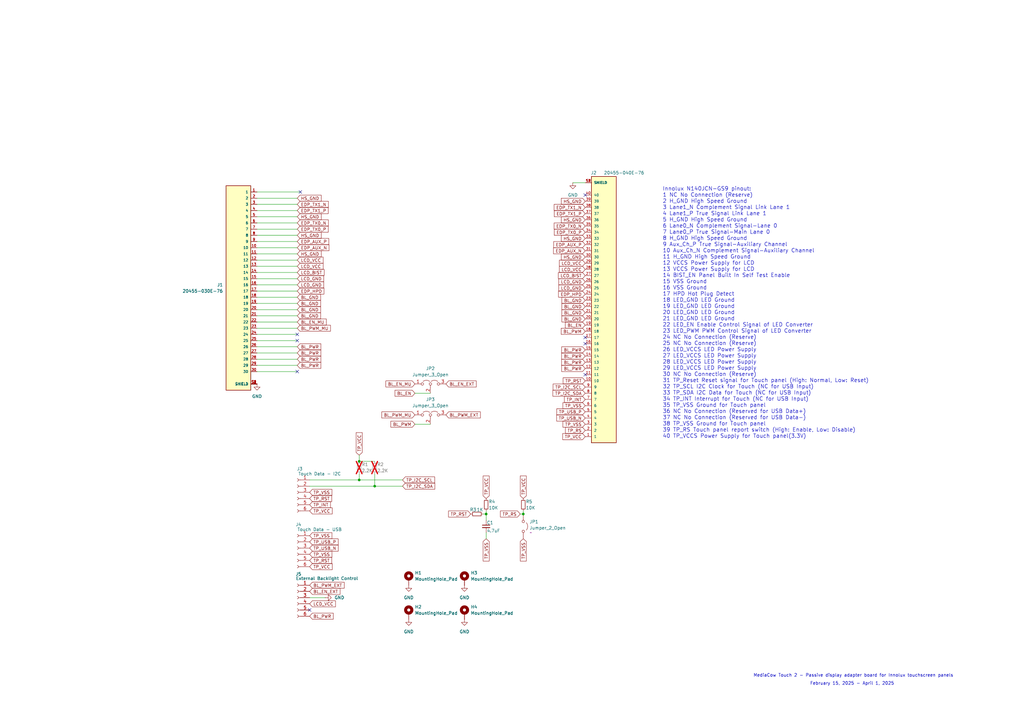
<source format=kicad_sch>
(kicad_sch (version 20231120) (generator "eeschema") (generator_version "8.0")
  (paper "A3")
  (lib_symbols
    (symbol "Connector:Conn_01x06_Socket" (pin_names (offset 1.016) hide)
      (property "Reference" "J" (at 0 7.62 0))
      (property "Value" "Conn_01x06_Socket" (at 0 -10.16 0))
      (symbol "Conn_01x06_Socket_1_1"
        (arc (start 0 -7.112) (mid -0.5058 -7.62) (end 0 -8.128) (stroke (width 0.1524)))
        (arc (start 0 -4.572) (mid -0.5058 -5.08) (end 0 -5.588) (stroke (width 0.1524)))
        (arc (start 0 -2.032) (mid -0.5058 -2.54) (end 0 -3.048) (stroke (width 0.1524)))
        (polyline (pts (xy -1.27 -7.62) (xy -0.508 -7.62)) (stroke (width 0.1524)))
        (polyline (pts (xy -1.27 -5.08) (xy -0.508 -5.08)) (stroke (width 0.1524)))
        (polyline (pts (xy -1.27 -2.54) (xy -0.508 -2.54)) (stroke (width 0.1524)))
        (polyline (pts (xy -1.27 0) (xy -0.508 0)) (stroke (width 0.1524)))
        (polyline (pts (xy -1.27 2.54) (xy -0.508 2.54)) (stroke (width 0.1524)))
        (polyline (pts (xy -1.27 5.08) (xy -0.508 5.08)) (stroke (width 0.1524)))
        (arc (start 0 0.508) (mid -0.5058 0) (end 0 -0.508) (stroke (width 0.1524)))
        (arc (start 0 3.048) (mid -0.5058 2.54) (end 0 2.032) (stroke (width 0.1524)))
        (arc (start 0 5.588) (mid -0.5058 5.08) (end 0 4.572) (stroke (width 0.1524)))
        (pin passive line (at -5.08 5.08 0) (length 3.81) (name "Pin_1") (number "1"))
        (pin passive line (at -5.08 2.54 0) (length 3.81) (name "Pin_2") (number "2"))
        (pin passive line (at -5.08 0 0) (length 3.81) (name "Pin_3") (number "3"))
        (pin passive line (at -5.08 -2.54 0) (length 3.81) (name "Pin_4") (number "4"))
        (pin passive line (at -5.08 -5.08 0) (length 3.81) (name "Pin_5") (number "5"))
        (pin passive line (at -5.08 -7.62 0) (length 3.81) (name "Pin_6") (number "6"))
      )
    )
    (symbol "Device:C_Small" (pin_numbers hide) (pin_names (offset 0.254) hide)
      (property "Reference" "C" (at 0.254 1.778 0))
      (property "Value" "C_Small" (at 0.254 -2.032 0))
      (symbol "C_Small_0_1"
        (polyline (pts (xy -1.524 -0.508) (xy 1.524 -0.508)) (stroke (width 0.3302)))
        (polyline (pts (xy -1.524 0.508) (xy 1.524 0.508)) (stroke (width 0.3048)))
      )
      (symbol "C_Small_1_1"
        (pin passive line (at 0 2.54 270) (length 2.032) (name "~") (number "1"))
        (pin passive line (at 0 -2.54 90) (length 2.032) (name "~") (number "2"))
      )
    )
    (symbol "Device:R_Small" (pin_numbers hide) (pin_names (offset 0.254) hide)
      (property "Reference" "R" (at 0.762 0.508 0))
      (property "Value" "R_Small" (at 0.762 -1.016 0))
      (symbol "R_Small_0_1"
        (rectangle (start -0.762 1.778) (end 0.762 -1.778) (stroke (width 0.2032)))
      )
      (symbol "R_Small_1_1"
        (pin passive line (at 0 2.54 270) (length 0.762) (name "~") (number "1"))
        (pin passive line (at 0 -2.54 90) (length 0.762) (name "~") (number "2"))
      )
    )
    (symbol "Jumper:Jumper_2_Open" (pin_numbers hide) (pin_names (offset 0) hide) (exclude_from_sim yes)
      (property "Reference" "JP" (at 0 2.794 0))
      (property "Value" "Jumper_2_Open" (at 0 -2.286 0))
      (symbol "Jumper_2_Open_0_0"
        (circle (center -2.032 0) (radius 0.508))
        (circle (center 2.032 0) (radius 0.508))
      )
      (symbol "Jumper_2_Open_0_1"
        (arc (start 1.524 1.27) (mid 0 1.778) (end -1.524 1.27))
      )
      (symbol "Jumper_2_Open_1_1"
        (pin passive line (at -5.08 0 0) (length 2.54) (name "A") (number "1"))
        (pin passive line (at 5.08 0 180) (length 2.54) (name "B") (number "2"))
      )
    )
    (symbol "Jumper:Jumper_3_Open" (pin_names (offset 0) hide) (exclude_from_sim yes) (in_bom no)
      (property "Reference" "JP" (at -2.54 -2.54 0))
      (property "Value" "Jumper_3_Open" (at 0 2.794 0))
      (symbol "Jumper_3_Open_0_0"
        (circle (center -3.302 0) (radius 0.508))
        (circle (center 0 0) (radius 0.508))
        (circle (center 3.302 0) (radius 0.508))
      )
      (symbol "Jumper_3_Open_0_1"
        (arc (start -0.254 1.016) (mid -1.651 1.4992) (end -3.048 1.016))
        (polyline (pts (xy 0 -0.508) (xy 0 -1.27)))
        (arc (start 3.048 1.016) (mid 1.651 1.4992) (end 0.254 1.016))
      )
      (symbol "Jumper_3_Open_1_1"
        (pin passive line (at -6.35 0 0) (length 2.54) (name "A") (number "1"))
        (pin passive line (at 0 -3.81 90) (length 2.54) (name "C") (number "2"))
        (pin passive line (at 6.35 0 180) (length 2.54) (name "B") (number "3"))
      )
    )
    (symbol "Mechanical:MountingHole_Pad" (pin_numbers hide) (pin_names (offset 1.016) hide) (exclude_from_sim yes) (in_bom no)
      (property "Reference" "H" (at 0 6.35 0))
      (property "Value" "MountingHole_Pad" (at 0 4.445 0))
      (symbol "MountingHole_Pad_0_1"
        (circle (center 0 1.27) (radius 1.27) (stroke (width 1.27)))
      )
      (symbol "MountingHole_Pad_1_1"
        (pin input line (at 0 -2.54 90) (length 2.54) (name "1") (number "1"))
      )
    )
    (symbol "mediacow:20455-030E-76" (pin_names (offset 1.016))
      (property "Reference" "J" (at -5.08 41.402 0))
      (property "Value" "20455-030E-76" (at -5.08 -45.72 0))
      (symbol "20455-030E-76_0_0"
        (rectangle (start -5.08 40.64) (end 5.08 -43.18) (stroke (width 0.254)) (fill (type background)))
        (pin passive line (at -7.62 38.1 0) (length 2.54) (name "1") (number "1"))
        (pin passive line (at -7.62 15.24 0) (length 2.54) (name "10") (number "10"))
        (pin passive line (at -7.62 12.7 0) (length 2.54) (name "11") (number "11"))
        (pin passive line (at -7.62 10.16 0) (length 2.54) (name "12") (number "12"))
        (pin passive line (at -7.62 7.62 0) (length 2.54) (name "13") (number "13"))
        (pin passive line (at -7.62 5.08 0) (length 2.54) (name "14") (number "14"))
        (pin passive line (at -7.62 2.54 0) (length 2.54) (name "15") (number "15"))
        (pin passive line (at -7.62 0 0) (length 2.54) (name "16") (number "16"))
        (pin passive line (at -7.62 -2.54 0) (length 2.54) (name "17") (number "17"))
        (pin passive line (at -7.62 -5.08 0) (length 2.54) (name "18") (number "18"))
        (pin passive line (at -7.62 -7.62 0) (length 2.54) (name "19") (number "19"))
        (pin passive line (at -7.62 35.56 0) (length 2.54) (name "2") (number "2"))
        (pin passive line (at -7.62 -10.16 0) (length 2.54) (name "20") (number "20"))
        (pin passive line (at -7.62 -12.7 0) (length 2.54) (name "21") (number "21"))
        (pin passive line (at -7.62 -15.24 0) (length 2.54) (name "22") (number "22"))
        (pin passive line (at -7.62 -17.78 0) (length 2.54) (name "23") (number "23"))
        (pin passive line (at -7.62 -20.32 0) (length 2.54) (name "24") (number "24"))
        (pin passive line (at -7.62 -22.86 0) (length 2.54) (name "25") (number "25"))
        (pin passive line (at -7.62 -25.4 0) (length 2.54) (name "26") (number "26"))
        (pin passive line (at -7.62 -27.94 0) (length 2.54) (name "27") (number "27"))
        (pin passive line (at -7.62 -30.48 0) (length 2.54) (name "28") (number "28"))
        (pin passive line (at -7.62 -33.02 0) (length 2.54) (name "29") (number "29"))
        (pin passive line (at -7.62 33.02 0) (length 2.54) (name "3") (number "3"))
        (pin passive line (at -7.62 -35.56 0) (length 2.54) (name "30") (number "30"))
        (pin passive line (at -7.62 30.48 0) (length 2.54) (name "4") (number "4"))
        (pin passive line (at -7.62 27.94 0) (length 2.54) (name "5") (number "5"))
        (pin passive line (at -7.62 25.4 0) (length 2.54) (name "6") (number "6"))
        (pin passive line (at -7.62 22.86 0) (length 2.54) (name "7") (number "7"))
        (pin passive line (at -7.62 20.32 0) (length 2.54) (name "8") (number "8"))
        (pin passive line (at -7.62 17.78 0) (length 2.54) (name "9") (number "9"))
        (pin passive line (at -7.62 -40.64 0) (length 2.54) (name "SHIELD") (number "S1"))
        (pin passive line (at -7.62 -40.64 0) (length 2.54) (name "SHIELD") (number "S2"))
        (pin passive line (at -7.62 -40.64 0) (length 2.54) (name "SHIELD") (number "S3"))
        (pin passive line (at -7.62 -40.64 0) (length 2.54) (name "SHIELD") (number "S4"))
      )
    )
    (symbol "mediacow:20455-040E-76" (pin_names (offset 1.016))
      (property "Reference" "J" (at -5.08 54.102 0))
      (property "Value" "20455-040E-76" (at -5.08 -58.42 0))
      (symbol "20455-040E-76_0_0"
        (rectangle (start -5.08 -55.88) (end 5.08 53.34) (stroke (width 0.254)) (fill (type background)))
        (pin passive line (at -7.62 50.8 0) (length 2.54) (name "1") (number "1"))
        (pin passive line (at -7.62 27.94 0) (length 2.54) (name "10") (number "10"))
        (pin passive line (at -7.62 25.4 0) (length 2.54) (name "11") (number "11"))
        (pin passive line (at -7.62 22.86 0) (length 2.54) (name "12") (number "12"))
        (pin passive line (at -7.62 20.32 0) (length 2.54) (name "13") (number "13"))
        (pin passive line (at -7.62 17.78 0) (length 2.54) (name "14") (number "14"))
        (pin passive line (at -7.62 15.24 0) (length 2.54) (name "15") (number "15"))
        (pin passive line (at -7.62 12.7 0) (length 2.54) (name "16") (number "16"))
        (pin passive line (at -7.62 10.16 0) (length 2.54) (name "17") (number "17"))
        (pin passive line (at -7.62 7.62 0) (length 2.54) (name "18") (number "18"))
        (pin passive line (at -7.62 5.08 0) (length 2.54) (name "19") (number "19"))
        (pin passive line (at -7.62 48.26 0) (length 2.54) (name "2") (number "2"))
        (pin passive line (at -7.62 2.54 0) (length 2.54) (name "20") (number "20"))
        (pin passive line (at -7.62 0 0) (length 2.54) (name "21") (number "21"))
        (pin passive line (at -7.62 -2.54 0) (length 2.54) (name "22") (number "22"))
        (pin passive line (at -7.62 -5.08 0) (length 2.54) (name "23") (number "23"))
        (pin passive line (at -7.62 -7.62 0) (length 2.54) (name "24") (number "24"))
        (pin passive line (at -7.62 -10.16 0) (length 2.54) (name "25") (number "25"))
        (pin passive line (at -7.62 -12.7 0) (length 2.54) (name "26") (number "26"))
        (pin passive line (at -7.62 -15.24 0) (length 2.54) (name "27") (number "27"))
        (pin passive line (at -7.62 -17.78 0) (length 2.54) (name "28") (number "28"))
        (pin passive line (at -7.62 -20.32 0) (length 2.54) (name "29") (number "29"))
        (pin passive line (at -7.62 45.72 0) (length 2.54) (name "3") (number "3"))
        (pin passive line (at -7.62 -22.86 0) (length 2.54) (name "30") (number "30"))
        (pin passive line (at -7.62 -25.4 0) (length 2.54) (name "31") (number "31"))
        (pin passive line (at -7.62 -27.94 0) (length 2.54) (name "32") (number "32"))
        (pin passive line (at -7.62 -30.48 0) (length 2.54) (name "33") (number "33"))
        (pin passive line (at -7.62 -33.02 0) (length 2.54) (name "34") (number "34"))
        (pin passive line (at -7.62 -35.56 0) (length 2.54) (name "35") (number "35"))
        (pin passive line (at -7.62 -38.1 0) (length 2.54) (name "36") (number "36"))
        (pin passive line (at -7.62 -40.64 0) (length 2.54) (name "37") (number "37"))
        (pin passive line (at -7.62 -43.18 0) (length 2.54) (name "38") (number "38"))
        (pin passive line (at -7.62 -45.72 0) (length 2.54) (name "39") (number "39"))
        (pin passive line (at -7.62 43.18 0) (length 2.54) (name "4") (number "4"))
        (pin passive line (at -7.62 -48.26 0) (length 2.54) (name "40") (number "40"))
        (pin passive line (at -7.62 40.64 0) (length 2.54) (name "5") (number "5"))
        (pin passive line (at -7.62 38.1 0) (length 2.54) (name "6") (number "6"))
        (pin passive line (at -7.62 35.56 0) (length 2.54) (name "7") (number "7"))
        (pin passive line (at -7.62 33.02 0) (length 2.54) (name "8") (number "8"))
        (pin passive line (at -7.62 30.48 0) (length 2.54) (name "9") (number "9"))
        (pin passive line (at -7.62 -53.34 0) (length 2.54) (name "SHIELD") (number "S1"))
        (pin passive line (at -7.62 -53.34 0) (length 2.54) (name "SHIELD") (number "S2"))
        (pin passive line (at -7.62 -53.34 0) (length 2.54) (name "SHIELD") (number "S3"))
        (pin passive line (at -7.62 -53.34 0) (length 2.54) (name "SHIELD") (number "S4"))
      )
    )
    (symbol "power:GND" (power) (pin_numbers hide) (pin_names (offset 0) hide)
      (property "Value" "GND" (at 0 -3.81 0))
      (symbol "GND_0_1"
        (polyline (pts (xy 0 0) (xy 0 -1.27) (xy 1.27 -1.27) (xy 0 -2.54) (xy -1.27 -1.27) (xy 0 -1.27)))
      )
      (symbol "GND_1_1"
        (pin power_in line (at 0 0 270) (length 0) (name "~") (number "1"))
      )
    )
  )
  (junction (at 214.63 210.82))
  (junction (at 147.32 196.85))
  (junction (at 153.67 199.39))
  (junction (at 147.32 189.23))
  (junction (at 199.39 210.82))
  (no_connect (at 121.92 152.4))
  (no_connect (at 121.92 139.7))
  (no_connect (at 240.03 153.67))
  (no_connect (at 127 250.19))
  (no_connect (at 121.92 137.16))
  (no_connect (at 240.03 140.97))
  (no_connect (at 240.03 80.01))
  (no_connect (at 240.03 138.43))
  (no_connect (at 123.19 78.74))
  (wire (pts (xy 234.95 74.93) (xy 240.03 74.93)))
  (wire (pts (xy 121.92 152.4) (xy 105.41 152.4)))
  (wire (pts (xy 105.41 86.36) (xy 121.92 86.36)))
  (wire (pts (xy 199.39 210.82) (xy 199.39 213.36)))
  (wire (pts (xy 105.41 81.28) (xy 121.92 81.28)))
  (wire (pts (xy 105.41 121.92) (xy 121.92 121.92)))
  (wire (pts (xy 105.41 99.06) (xy 121.92 99.06)))
  (wire (pts (xy 213.36 210.82) (xy 214.63 210.82)))
  (wire (pts (xy 147.32 189.23) (xy 153.67 189.23)))
  (wire (pts (xy 147.32 196.85) (xy 127 196.85)))
  (wire (pts (xy 121.92 139.7) (xy 105.41 139.7)))
  (wire (pts (xy 199.39 209.55) (xy 199.39 210.82)))
  (wire (pts (xy 105.41 127) (xy 121.92 127)))
  (wire (pts (xy 105.41 91.44) (xy 121.92 91.44)))
  (wire (pts (xy 123.19 78.74) (xy 105.41 78.74)))
  (wire (pts (xy 153.67 194.31) (xy 153.67 199.39)))
  (wire (pts (xy 165.1 196.85) (xy 147.32 196.85)))
  (wire (pts (xy 105.41 104.14) (xy 121.92 104.14)))
  (wire (pts (xy 105.41 114.3) (xy 121.92 114.3)))
  (wire (pts (xy 105.41 124.46) (xy 121.92 124.46)))
  (wire (pts (xy 133.35 245.11) (xy 127 245.11)))
  (wire (pts (xy 170.18 173.99) (xy 176.53 173.99)))
  (wire (pts (xy 105.41 144.78) (xy 121.92 144.78)))
  (wire (pts (xy 165.1 199.39) (xy 153.67 199.39)))
  (wire (pts (xy 105.41 83.82) (xy 121.92 83.82)))
  (wire (pts (xy 153.67 199.39) (xy 127 199.39)))
  (wire (pts (xy 105.41 101.6) (xy 121.92 101.6)))
  (wire (pts (xy 105.41 134.62) (xy 121.92 134.62)))
  (wire (pts (xy 121.92 137.16) (xy 105.41 137.16)))
  (wire (pts (xy 198.12 210.82) (xy 199.39 210.82)))
  (wire (pts (xy 105.41 109.22) (xy 121.92 109.22)))
  (wire (pts (xy 105.41 132.08) (xy 121.92 132.08)))
  (wire (pts (xy 105.41 142.24) (xy 121.92 142.24)))
  (wire (pts (xy 105.41 111.76) (xy 121.92 111.76)))
  (wire (pts (xy 105.41 119.38) (xy 121.92 119.38)))
  (wire (pts (xy 147.32 186.69) (xy 147.32 189.23)))
  (wire (pts (xy 105.41 93.98) (xy 121.92 93.98)))
  (wire (pts (xy 170.18 161.29) (xy 176.53 161.29)))
  (wire (pts (xy 199.39 220.98) (xy 199.39 218.44)))
  (wire (pts (xy 105.41 147.32) (xy 121.92 147.32)))
  (wire (pts (xy 214.63 210.82) (xy 214.63 209.55)))
  (wire (pts (xy 105.41 88.9) (xy 121.92 88.9)))
  (wire (pts (xy 105.41 149.86) (xy 121.92 149.86)))
  (wire (pts (xy 147.32 194.31) (xy 147.32 196.85)))
  (wire (pts (xy 105.41 96.52) (xy 121.92 96.52)))
  (wire (pts (xy 105.41 106.68) (xy 121.92 106.68)))
  (wire (pts (xy 105.41 129.54) (xy 121.92 129.54)))
  (wire (pts (xy 105.41 116.84) (xy 121.92 116.84)))
  (text "MediaCow Touch 2 - Passive display adapter board for Innolux touchscreen panels" (at 350.012 277.114 0) (effects (font (size 1.27 1.27))))
  (text "February 15, 2025 - April 1, 2025" (at 349.504 280.416 0) (effects (font (size 1.27 1.27))))
  (text "Innolux N140JCN-GS9 pinout:\n1 NC No Connection (Reserve)\n2 H_GND High Speed Ground\n3 Lane1_N Complement Signal Link Lane 1\n4 Lane1_P True Signal Link Lane 1\n5 H_GND High Speed Ground\n6 Lane0_N Complement Signal-Lane 0\n7 Lane0_P True Signal-Main Lane 0\n8 H_GND High Speed Ground\n9 Aux_Ch_P True Signal-Auxiliary Channel\n10 Aux_Ch_N Complement Signal-Auxiliary Channel\n11 H_GND High Speed Ground\n12 VCCS Power Supply for LCD\n13 VCCS Power Supply for LCD\n14 BIST_EN Panel Built In Self Test Enable\n15 VSS Ground\n16 VSS Ground\n17 HPD Hot Plug Detect\n18 LED_GND LED Ground\n19 LED_GND LED Ground\n20 LED_GND LED Ground\n21 LED_GND LED Ground\n22 LED_EN Enable Control Signal of LED Converter\n23 LED_PWM PWM Control Signal of LED Converter\n24 NC No Connection (Reserve)\n25 NC No Connection (Reserve)\n26 LED_VCCS LED Power Supply\n27 LED_VCCS LED Power Supply\n28 LED_VCCS LED Power Supply\n29 LED_VCCS LED Power Supply\n30 NC No Connection (Reserve)\n31 TP_Reset Reset signal for Touch panel (High: Normal, Low: Reset)\n32 TP_SCL I2C Clock for Touch (NC for USB Input)\n33 TP_SDA I2C Data for Touch (NC for USB Input)\n34 TP_INT Interrupt for Touch (NC for USB Input)\n35 TP_VSS Ground for Touch panel\n36 NC No Connection (Reserved for USB Data+)\n37 NC No Connection (Reserved for USB Data-)\n38 TP_VSS Ground for Touch panel\n39 TP_RS Touch panel report switch (High: Enable, Low: Disable)\n40 TP_VCCS Power Supply for Touch panel(3.3V)\n" (at 271.78 128.27 0) (effects (font (size 1.5748 1.5748)) (justify left)))
  (global_label "BL_GND" (shape input) (at 121.92 127 0) (property "Intersheetrefs" "${INTERSHEET_REFS}" (effects (hide yes))))
  (global_label "HS_GND" (shape input) (at 240.03 97.79 180) (property "Intersheetrefs" "${INTERSHEET_REFS}" (effects (hide yes))))
  (global_label "BL_PWM" (shape input) (at 240.03 135.89 180) (property "Intersheetrefs" "${INTERSHEET_REFS}" (effects (hide yes))))
  (global_label "LCD_VCC" (shape input) (at 121.92 106.68 0) (property "Intersheetrefs" "${INTERSHEET_REFS}" (effects (hide yes))))
  (global_label "TP_USB_N" (shape input) (at 127 224.79 0) (property "Intersheetrefs" "${INTERSHEET_REFS}" (effects (hide yes))))
  (global_label "BL_GND" (shape input) (at 240.03 130.81 180) (property "Intersheetrefs" "${INTERSHEET_REFS}" (effects (hide yes))))
  (global_label "TP_RST" (shape input) (at 193.04 210.82 180) (property "Intersheetrefs" "${INTERSHEET_REFS}" (effects (hide yes))))
  (global_label "BL_PWM_MU" (shape input) (at 170.18 170.18 180) (property "Intersheetrefs" "${INTERSHEET_REFS}" (effects (hide yes))))
  (global_label "TP_RST" (shape input) (at 127 229.87 0) (property "Intersheetrefs" "${INTERSHEET_REFS}" (effects (hide yes))))
  (global_label "EDP_TX1_N" (shape input) (at 121.92 83.82 0) (property "Intersheetrefs" "${INTERSHEET_REFS}" (effects (hide yes))))
  (global_label "EDP_HPD" (shape input) (at 240.03 120.65 180) (property "Intersheetrefs" "${INTERSHEET_REFS}" (effects (hide yes))))
  (global_label "HS_GND" (shape input) (at 121.92 88.9 0) (property "Intersheetrefs" "${INTERSHEET_REFS}" (effects (hide yes))))
  (global_label "TP_RS" (shape input) (at 213.36 210.82 180) (property "Intersheetrefs" "${INTERSHEET_REFS}" (effects (hide yes))))
  (global_label "LCD_VCC" (shape input) (at 127 247.65 0) (property "Intersheetrefs" "${INTERSHEET_REFS}" (effects (hide yes))))
  (global_label "LCD_VCC" (shape input) (at 121.92 109.22 0) (property "Intersheetrefs" "${INTERSHEET_REFS}" (effects (hide yes))))
  (global_label "HS_GND" (shape input) (at 240.03 82.55 180) (property "Intersheetrefs" "${INTERSHEET_REFS}" (effects (hide yes))))
  (global_label "TP_VCC" (shape input) (at 147.32 186.69 90) (property "Intersheetrefs" "${INTERSHEET_REFS}" (effects (hide yes))))
  (global_label "EDP_TX0_P" (shape input) (at 240.03 95.25 180) (property "Intersheetrefs" "${INTERSHEET_REFS}" (effects (hide yes))))
  (global_label "LCD_VCC" (shape input) (at 240.03 107.95 180) (property "Intersheetrefs" "${INTERSHEET_REFS}" (effects (hide yes))))
  (global_label "EDP_TX0_P" (shape input) (at 121.92 93.98 0) (property "Intersheetrefs" "${INTERSHEET_REFS}" (effects (hide yes))))
  (global_label "BL_GND" (shape input) (at 121.92 121.92 0) (property "Intersheetrefs" "${INTERSHEET_REFS}" (effects (hide yes))))
  (global_label "LCD_GND" (shape input) (at 240.03 115.57 180) (property "Intersheetrefs" "${INTERSHEET_REFS}" (effects (hide yes))))
  (global_label "TP_USB_P" (shape input) (at 240.03 168.91 180) (property "Intersheetrefs" "${INTERSHEET_REFS}" (effects (hide yes))))
  (global_label "BL_EN_MU" (shape input) (at 121.92 132.08 0) (property "Intersheetrefs" "${INTERSHEET_REFS}" (effects (hide yes))))
  (global_label "TP_RST" (shape input) (at 240.03 156.21 180) (property "Intersheetrefs" "${INTERSHEET_REFS}" (effects (hide yes))))
  (global_label "EDP_TX1_N" (shape input) (at 240.03 85.09 180) (property "Intersheetrefs" "${INTERSHEET_REFS}" (effects (hide yes))))
  (global_label "TP_VCC" (shape input) (at 240.03 179.07 180) (property "Intersheetrefs" "${INTERSHEET_REFS}" (effects (hide yes))))
  (global_label "LCD_BIST" (shape input) (at 121.92 111.76 0) (property "Intersheetrefs" "${INTERSHEET_REFS}" (effects (hide yes))))
  (global_label "EDP_AUX_P" (shape input) (at 121.92 99.06 0) (property "Intersheetrefs" "${INTERSHEET_REFS}" (effects (hide yes))))
  (global_label "HS_GND" (shape input) (at 121.92 96.52 0) (property "Intersheetrefs" "${INTERSHEET_REFS}" (effects (hide yes))))
  (global_label "TP_INT" (shape input) (at 127 207.01 0) (property "Intersheetrefs" "${INTERSHEET_REFS}" (effects (hide yes))))
  (global_label "TP_VSS" (shape input) (at 214.63 220.98 270) (property "Intersheetrefs" "${INTERSHEET_REFS}" (effects (hide yes))))
  (global_label "BL_PWM_EXT" (shape input) (at 182.88 170.18 0) (property "Intersheetrefs" "${INTERSHEET_REFS}" (effects (hide yes))))
  (global_label "HS_GND" (shape input) (at 240.03 90.17 180) (property "Intersheetrefs" "${INTERSHEET_REFS}" (effects (hide yes))))
  (global_label "TP_VSS" (shape input) (at 127 227.33 0) (property "Intersheetrefs" "${INTERSHEET_REFS}" (effects (hide yes))))
  (global_label "EDP_TX0_N" (shape input) (at 121.92 91.44 0) (property "Intersheetrefs" "${INTERSHEET_REFS}" (effects (hide yes))))
  (global_label "TP_USB_P" (shape input) (at 127 222.25 0) (property "Intersheetrefs" "${INTERSHEET_REFS}" (effects (hide yes))))
  (global_label "BL_GND" (shape input) (at 121.92 124.46 0) (property "Intersheetrefs" "${INTERSHEET_REFS}" (effects (hide yes))))
  (global_label "TP_INT" (shape input) (at 240.03 163.83 180) (property "Intersheetrefs" "${INTERSHEET_REFS}" (effects (hide yes))))
  (global_label "LCD_GND" (shape input) (at 121.92 116.84 0) (property "Intersheetrefs" "${INTERSHEET_REFS}" (effects (hide yes))))
  (global_label "BL_PWR" (shape input) (at 121.92 149.86 0) (property "Intersheetrefs" "${INTERSHEET_REFS}" (effects (hide yes))))
  (global_label "HS_GND" (shape input) (at 121.92 104.14 0) (property "Intersheetrefs" "${INTERSHEET_REFS}" (effects (hide yes))))
  (global_label "BL_PWR" (shape input) (at 121.92 142.24 0) (property "Intersheetrefs" "${INTERSHEET_REFS}" (effects (hide yes))))
  (global_label "TP_VSS" (shape input) (at 240.03 166.37 180) (property "Intersheetrefs" "${INTERSHEET_REFS}" (effects (hide yes))))
  (global_label "EDP_TX1_P" (shape input) (at 240.03 87.63 180) (property "Intersheetrefs" "${INTERSHEET_REFS}" (effects (hide yes))))
  (global_label "TP_VCC" (shape input) (at 127 209.55 0) (property "Intersheetrefs" "${INTERSHEET_REFS}" (effects (hide yes))))
  (global_label "BL_PWR" (shape input) (at 240.03 146.05 180) (property "Intersheetrefs" "${INTERSHEET_REFS}" (effects (hide yes))))
  (global_label "BL_GND" (shape input) (at 240.03 123.19 180) (property "Intersheetrefs" "${INTERSHEET_REFS}" (effects (hide yes))))
  (global_label "TP_VSS" (shape input) (at 127 219.71 0) (property "Intersheetrefs" "${INTERSHEET_REFS}" (effects (hide yes))))
  (global_label "TP_I2C_SDA" (shape input) (at 240.03 161.29 180) (property "Intersheetrefs" "${INTERSHEET_REFS}" (effects (hide yes))))
  (global_label "TP_VCC" (shape input) (at 214.63 204.47 90) (property "Intersheetrefs" "${INTERSHEET_REFS}" (effects (hide yes))))
  (global_label "TP_RS" (shape input) (at 240.03 176.53 180) (property "Intersheetrefs" "${INTERSHEET_REFS}" (effects (hide yes))))
  (global_label "BL_PWR" (shape input) (at 127 252.73 0) (property "Intersheetrefs" "${INTERSHEET_REFS}" (effects (hide yes))))
  (global_label "EDP_TX1_P" (shape input) (at 121.92 86.36 0) (property "Intersheetrefs" "${INTERSHEET_REFS}" (effects (hide yes))))
  (global_label "TP_I2C_SDA" (shape input) (at 165.1 199.39 0) (property "Intersheetrefs" "${INTERSHEET_REFS}" (effects (hide yes))))
  (global_label "BL_EN" (shape input) (at 170.18 161.29 180) (property "Intersheetrefs" "${INTERSHEET_REFS}" (effects (hide yes))))
  (global_label "LCD_VCC" (shape input) (at 240.03 110.49 180) (property "Intersheetrefs" "${INTERSHEET_REFS}" (effects (hide yes))))
  (global_label "TP_USB_N" (shape input) (at 240.03 171.45 180) (property "Intersheetrefs" "${INTERSHEET_REFS}" (effects (hide yes))))
  (global_label "TP_VSS" (shape input) (at 199.39 220.98 270) (property "Intersheetrefs" "${INTERSHEET_REFS}" (effects (hide yes))))
  (global_label "BL_GND" (shape input) (at 240.03 125.73 180) (property "Intersheetrefs" "${INTERSHEET_REFS}" (effects (hide yes))))
  (global_label "BL_PWR" (shape input) (at 121.92 147.32 0) (property "Intersheetrefs" "${INTERSHEET_REFS}" (effects (hide yes))))
  (global_label "TP_I2C_SCL" (shape input) (at 240.03 158.75 180) (property "Intersheetrefs" "${INTERSHEET_REFS}" (effects (hide yes))))
  (global_label "LCD_GND" (shape input) (at 240.03 118.11 180) (property "Intersheetrefs" "${INTERSHEET_REFS}" (effects (hide yes))))
  (global_label "BL_EN_MU" (shape input) (at 170.18 157.48 180) (property "Intersheetrefs" "${INTERSHEET_REFS}" (effects (hide yes))))
  (global_label "BL_PWR" (shape input) (at 121.92 144.78 0) (property "Intersheetrefs" "${INTERSHEET_REFS}" (effects (hide yes))))
  (global_label "TP_I2C_SCL" (shape input) (at 165.1 196.85 0) (property "Intersheetrefs" "${INTERSHEET_REFS}" (effects (hide yes))))
  (global_label "HS_GND" (shape input) (at 121.92 81.28 0) (property "Intersheetrefs" "${INTERSHEET_REFS}" (effects (hide yes))))
  (global_label "LCD_BIST" (shape input) (at 240.03 113.03 180) (property "Intersheetrefs" "${INTERSHEET_REFS}" (effects (hide yes))))
  (global_label "TP_RST" (shape input) (at 127 204.47 0) (property "Intersheetrefs" "${INTERSHEET_REFS}" (effects (hide yes))))
  (global_label "BL_PWR" (shape input) (at 240.03 148.59 180) (property "Intersheetrefs" "${INTERSHEET_REFS}" (effects (hide yes))))
  (global_label "TP_VCC" (shape input) (at 127 232.41 0) (property "Intersheetrefs" "${INTERSHEET_REFS}" (effects (hide yes))))
  (global_label "BL_GND" (shape input) (at 240.03 128.27 180) (property "Intersheetrefs" "${INTERSHEET_REFS}" (effects (hide yes))))
  (global_label "TP_VSS" (shape input) (at 240.03 173.99 180) (property "Intersheetrefs" "${INTERSHEET_REFS}" (effects (hide yes))))
  (global_label "BL_EN_EXT" (shape input) (at 182.88 157.48 0) (property "Intersheetrefs" "${INTERSHEET_REFS}" (effects (hide yes))))
  (global_label "BL_EN_EXT" (shape input) (at 127 242.57 0) (property "Intersheetrefs" "${INTERSHEET_REFS}" (effects (hide yes))))
  (global_label "EDP_HPD" (shape input) (at 121.92 119.38 0) (property "Intersheetrefs" "${INTERSHEET_REFS}" (effects (hide yes))))
  (global_label "HS_GND" (shape input) (at 240.03 105.41 180) (property "Intersheetrefs" "${INTERSHEET_REFS}" (effects (hide yes))))
  (global_label "BL_PWR" (shape input) (at 240.03 143.51 180) (property "Intersheetrefs" "${INTERSHEET_REFS}" (effects (hide yes))))
  (global_label "BL_GND" (shape input) (at 121.92 129.54 0) (property "Intersheetrefs" "${INTERSHEET_REFS}" (effects (hide yes))))
  (global_label "BL_EN" (shape input) (at 240.03 133.35 180) (property "Intersheetrefs" "${INTERSHEET_REFS}" (effects (hide yes))))
  (global_label "EDP_AUX_P" (shape input) (at 240.03 100.33 180) (property "Intersheetrefs" "${INTERSHEET_REFS}" (effects (hide yes))))
  (global_label "BL_PWM" (shape input) (at 170.18 173.99 180) (property "Intersheetrefs" "${INTERSHEET_REFS}" (effects (hide yes))))
  (global_label "EDP_AUX_N" (shape input) (at 240.03 102.87 180) (property "Intersheetrefs" "${INTERSHEET_REFS}" (effects (hide yes))))
  (global_label "TP_VCC" (shape input) (at 199.39 204.47 90) (property "Intersheetrefs" "${INTERSHEET_REFS}" (effects (hide yes))))
  (global_label "EDP_TX0_N" (shape input) (at 240.03 92.71 180) (property "Intersheetrefs" "${INTERSHEET_REFS}" (effects (hide yes))))
  (global_label "TP_VSS" (shape input) (at 127 201.93 0) (property "Intersheetrefs" "${INTERSHEET_REFS}" (effects (hide yes))))
  (global_label "BL_PWM_MU" (shape input) (at 121.92 134.62 0) (property "Intersheetrefs" "${INTERSHEET_REFS}" (effects (hide yes))))
  (global_label "BL_PWM_EXT" (shape input) (at 127 240.03 0) (property "Intersheetrefs" "${INTERSHEET_REFS}" (effects (hide yes))))
  (global_label "LCD_GND" (shape input) (at 121.92 114.3 0) (property "Intersheetrefs" "${INTERSHEET_REFS}" (effects (hide yes))))
  (global_label "BL_PWR" (shape input) (at 240.03 151.13 180) (property "Intersheetrefs" "${INTERSHEET_REFS}" (effects (hide yes))))
  (global_label "EDP_AUX_N" (shape input) (at 121.92 101.6 0) (property "Intersheetrefs" "${INTERSHEET_REFS}" (effects (hide yes))))
  (symbol (lib_id "power:GND") (at 234.95 74.93 0) (unit 1)
    (property "Reference" "#PWR02" (effects (hide yes)))
    (property "Value" "GND" (at 234.95 80.01 0))
    (property "Description" "Power symbol creates a global label with name \"GND\" , ground" (effects (hide yes)))
  )
  (symbol (lib_id "Mechanical:MountingHole_Pad") (at 190.5 237.49 0) (unit 1) (exclude_from_sim yes) (in_bom no)
    (property "Reference" "H3" (at 193.04 234.9499 0) (effects (justify left)))
    (property "Value" "MountingHole_Pad" (at 193.04 237.4899 0) (effects (justify left)))
    (property "Footprint" "MountingHole:MountingHole_2.2mm_M2_Pad" (effects (hide yes)))
    (property "Description" "Mounting Hole with connection" (effects (hide yes)))
  )
  (symbol (lib_id "Jumper:Jumper_3_Open") (at 176.53 170.18 0) (unit 1) (exclude_from_sim yes) (in_bom no)
    (property "Reference" "JP3" (at 176.53 163.83 0))
    (property "Value" "Jumper_3_Open" (at 176.53 166.37 0))
    (property "Footprint" "Jumper:SolderJumper-3_P1.3mm_Open_Pad1.0x1.5mm" (effects (hide yes)))
    (property "Description" "Jumper, 3-pole, both open" (effects (hide yes)))
  )
  (symbol (lib_id "Jumper:Jumper_3_Open") (at 176.53 157.48 0) (unit 1) (exclude_from_sim yes) (in_bom no)
    (property "Reference" "JP2" (at 176.53 151.13 0))
    (property "Value" "Jumper_3_Open" (at 176.53 153.67 0))
    (property "Footprint" "Jumper:SolderJumper-3_P1.3mm_Open_Pad1.0x1.5mm" (effects (hide yes)))
    (property "Description" "Jumper, 3-pole, both open" (effects (hide yes)))
  )
  (symbol (lib_id "mediacow:20455-040E-76") (at 247.65 128.27 0) (mirror x) (unit 1)
    (property "Reference" "J2" (at 242.316 70.866 0) (effects (justify left)))
    (property "Value" "20455-040E-76" (at 247.65 70.866 0) (effects (justify left)))
    (property "Footprint" "MediaCow:IPEX_20455-040E-76" (effects (hide yes)))
    (property "Package" "None" (effects (hide yes)))
  )
  (symbol (lib_id "power:GND") (at 167.64 240.03 0) (unit 1)
    (property "Reference" "#PWR4" (effects (hide yes)))
    (property "Value" "GND" (at 167.64 245.11 0))
    (property "Description" "Power symbol creates a global label with name \"GND\" , ground" (effects (hide yes)))
  )
  (symbol (lib_id "power:GND") (at 105.41 157.48 0) (unit 1)
    (property "Reference" "#PWR1" (effects (hide yes)))
    (property "Value" "GND" (at 105.41 162.56 0))
    (property "Description" "Power symbol creates a global label with name \"GND\" , ground" (effects (hide yes)))
  )
  (symbol (lib_id "power:GND") (at 190.5 240.03 0) (unit 1)
    (property "Reference" "#PWR5" (effects (hide yes)))
    (property "Value" "GND" (at 190.5 245.11 0))
    (property "Description" "Power symbol creates a global label with name \"GND\" , ground" (effects (hide yes)))
  )
  (symbol (lib_id "power:GND") (at 133.35 245.11 90) (unit 1)
    (property "Reference" "#PWR3" (effects (hide yes)))
    (property "Value" "GND" (at 137.16 245.1099 90) (effects (justify right)))
    (property "Description" "Power symbol creates a global label with name \"GND\" , ground" (effects (hide yes)))
  )
  (symbol (lib_id "Connector:Conn_01x06_Socket") (at 121.92 224.79 0) (mirror y) (unit 1)
    (property "Reference" "J4" (at 122.428 215.138 0))
    (property "Value" "Touch Data - USB" (at 131.064 217.17 0))
    (property "Footprint" "Connector_FFC-FPC:TE_0-1734839-6_1x06-1MP_P0.5mm_Horizontal" (effects (hide yes)))
    (property "Description" "Generic connector, single row, 01x06, script generated" (effects (hide yes)))
  )
  (symbol (lib_id "Mechanical:MountingHole_Pad") (at 167.64 251.46 0) (unit 1) (exclude_from_sim yes) (in_bom no)
    (property "Reference" "H2" (at 170.18 248.9199 0) (effects (justify left)))
    (property "Value" "MountingHole_Pad" (at 170.18 251.4599 0) (effects (justify left)))
    (property "Footprint" "MountingHole:MountingHole_2.2mm_M2_Pad" (effects (hide yes)))
    (property "Description" "Mounting Hole with connection" (effects (hide yes)))
  )
  (symbol (lib_id "Mechanical:MountingHole_Pad") (at 167.64 237.49 0) (unit 1) (exclude_from_sim yes) (in_bom no)
    (property "Reference" "H1" (at 170.18 234.9499 0) (effects (justify left)))
    (property "Value" "MountingHole_Pad" (at 170.18 237.4899 0) (effects (justify left)))
    (property "Footprint" "MountingHole:MountingHole_2.2mm_M2_Pad" (effects (hide yes)))
    (property "Description" "Mounting Hole with connection" (effects (hide yes)))
  )
  (symbol (lib_id "Mechanical:MountingHole_Pad") (at 190.5 251.46 0) (unit 1) (exclude_from_sim yes) (in_bom no)
    (property "Reference" "H4" (at 193.04 248.9199 0) (effects (justify left)))
    (property "Value" "MountingHole_Pad" (at 193.04 251.4599 0) (effects (justify left)))
    (property "Footprint" "MountingHole:MountingHole_2.2mm_M2_Pad" (effects (hide yes)))
    (property "Description" "Mounting Hole with connection" (effects (hide yes)))
  )
  (symbol (lib_id "Device:R_Small") (at 147.32 191.77 0) (unit 1) (dnp yes)
    (property "Reference" "R1" (at 148.336 190.5 0) (effects (justify left)))
    (property "Value" "2.2K" (at 148.336 193.04 0) (effects (justify left)))
    (property "Footprint" "Resistor_SMD:R_0603_1608Metric" (effects (hide yes)))
    (property "Description" "Resistor, small symbol" (effects (hide yes)))
  )
  (symbol (lib_id "Device:C_Small") (at 199.39 215.9 0) (unit 1)
    (property "Reference" "C1" (at 199.644 214.376 0) (effects (justify left)))
    (property "Value" "4.7uF" (at 199.644 217.678 0) (effects (justify left)))
    (property "Footprint" "Capacitor_SMD:C_0603_1608Metric" (effects (hide yes)))
    (property "Description" "Unpolarized capacitor, small symbol" (effects (hide yes)))
  )
  (symbol (lib_id "Connector:Conn_01x06_Socket") (at 121.92 245.11 0) (mirror y) (unit 1)
    (property "Reference" "J5" (at 122.428 235.458 0))
    (property "Value" "External Backlight Control" (at 134.112 237.236 0))
    (property "Footprint" "Connector_FFC-FPC:TE_0-1734839-6_1x06-1MP_P0.5mm_Horizontal" (effects (hide yes)))
    (property "Description" "Generic connector, single row, 01x06, script generated" (effects (hide yes)))
  )
  (symbol (lib_id "mediacow:20455-030E-76") (at 97.79 116.84 0) (mirror y) (unit 1)
    (property "Reference" "J1" (at 91.44 116.8399 0) (effects (justify left)))
    (property "Value" "20455-030E-76" (at 91.44 119.3799 0) (effects (justify left)))
    (property "Footprint" "MediaCow:IPEX_20455-030E-76" (effects (hide yes)))
  )
  (symbol (lib_id "power:GND") (at 190.5 254 0) (unit 1)
    (property "Reference" "#PWR6" (effects (hide yes)))
    (property "Value" "GND" (at 190.5 259.08 0))
    (property "Description" "Power symbol creates a global label with name \"GND\" , ground" (effects (hide yes)))
  )
  (symbol (lib_id "Device:R_Small") (at 214.63 207.01 0) (unit 1)
    (property "Reference" "R5" (at 215.646 205.74 0) (effects (justify left)))
    (property "Value" "10K" (at 215.646 208.28 0) (effects (justify left)))
    (property "Footprint" "Resistor_SMD:R_0603_1608Metric" (effects (hide yes)))
    (property "Description" "Resistor, small symbol" (effects (hide yes)))
  )
  (symbol (lib_id "Device:R_Small") (at 195.58 210.82 90) (unit 1)
    (property "Reference" "R3" (at 194.056 209.042 90))
    (property "Value" "1K" (at 196.85 209.042 90))
    (property "Footprint" "Resistor_SMD:R_0603_1608Metric" (effects (hide yes)))
    (property "Description" "Resistor, small symbol" (effects (hide yes)))
  )
  (symbol (lib_id "Jumper:Jumper_2_Open") (at 214.63 215.9 270) (unit 1) (exclude_from_sim yes)
    (property "Reference" "JP1" (at 217.17 213.9949 90) (effects (justify left)))
    (property "Value" "Jumper_2_Open" (at 217.17 216.5349 90) (effects (justify left)))
    (property "Footprint" "Jumper:SolderJumper-2_P1.3mm_Open_Pad1.0x1.5mm" (effects (hide yes)))
    (property "Datasheet" "~" (at 217.17 218.44 90) (effects (justify left)))
    (property "Description" "Jumper, 2-pole, open" (effects (hide yes)))
  )
  (symbol (lib_id "Device:R_Small") (at 153.67 191.77 0) (unit 1) (dnp yes)
    (property "Reference" "R2" (at 154.686 190.5 0) (effects (justify left)))
    (property "Value" "2.2K" (at 154.686 193.04 0) (effects (justify left)))
    (property "Footprint" "Resistor_SMD:R_0603_1608Metric" (effects (hide yes)))
    (property "Description" "Resistor, small symbol" (effects (hide yes)))
  )
  (symbol (lib_id "Device:R_Small") (at 199.39 207.01 0) (unit 1)
    (property "Reference" "R4" (at 200.406 205.74 0) (effects (justify left)))
    (property "Value" "10K" (at 200.406 208.28 0) (effects (justify left)))
    (property "Footprint" "Resistor_SMD:R_0603_1608Metric" (effects (hide yes)))
    (property "Description" "Resistor, small symbol" (effects (hide yes)))
  )
  (symbol (lib_id "Connector:Conn_01x06_Socket") (at 121.92 201.93 0) (mirror y) (unit 1)
    (property "Reference" "J3" (at 122.936 192.278 0))
    (property "Value" "Touch Data - I2C" (at 131.064 194.31 0))
    (property "Footprint" "Connector_FFC-FPC:TE_0-1734839-6_1x06-1MP_P0.5mm_Horizontal" (effects (hide yes)))
    (property "Description" "Generic connector, single row, 01x06, script generated" (effects (hide yes)))
  )
  (symbol (lib_id "power:GND") (at 167.64 254 0) (unit 1)
    (property "Reference" "#PWR7" (effects (hide yes)))
    (property "Value" "GND" (at 167.64 259.08 0))
    (property "Description" "Power symbol creates a global label with name \"GND\" , ground" (effects (hide yes)))
  )
)
</source>
